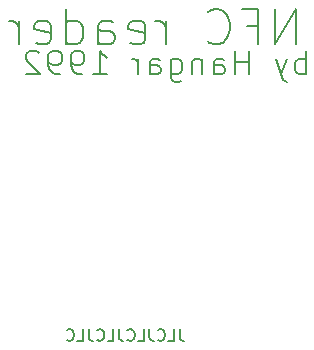
<source format=gbo>
%TF.GenerationSoftware,KiCad,Pcbnew,5.1.9*%
%TF.CreationDate,2021-05-01T23:47:16+02:00*%
%TF.ProjectId,nfc_reader,6e66635f-7265-4616-9465-722e6b696361,rev?*%
%TF.SameCoordinates,Original*%
%TF.FileFunction,Legend,Bot*%
%TF.FilePolarity,Positive*%
%FSLAX46Y46*%
G04 Gerber Fmt 4.6, Leading zero omitted, Abs format (unit mm)*
G04 Created by KiCad (PCBNEW 5.1.9) date 2021-05-01 23:47:16*
%MOMM*%
%LPD*%
G01*
G04 APERTURE LIST*
%ADD10C,0.200000*%
%ADD11C,0.150000*%
G04 APERTURE END LIST*
D10*
X143428571Y-114857142D02*
X143428571Y-111857142D01*
X141714285Y-114857142D01*
X141714285Y-111857142D01*
X139285714Y-113285714D02*
X140285714Y-113285714D01*
X140285714Y-114857142D02*
X140285714Y-111857142D01*
X138857142Y-111857142D01*
X136000000Y-114571428D02*
X136142857Y-114714285D01*
X136571428Y-114857142D01*
X136857142Y-114857142D01*
X137285714Y-114714285D01*
X137571428Y-114428571D01*
X137714285Y-114142857D01*
X137857142Y-113571428D01*
X137857142Y-113142857D01*
X137714285Y-112571428D01*
X137571428Y-112285714D01*
X137285714Y-112000000D01*
X136857142Y-111857142D01*
X136571428Y-111857142D01*
X136142857Y-112000000D01*
X136000000Y-112142857D01*
X132428571Y-114857142D02*
X132428571Y-112857142D01*
X132428571Y-113428571D02*
X132285714Y-113142857D01*
X132142857Y-113000000D01*
X131857142Y-112857142D01*
X131571428Y-112857142D01*
X129428571Y-114714285D02*
X129714285Y-114857142D01*
X130285714Y-114857142D01*
X130571428Y-114714285D01*
X130714285Y-114428571D01*
X130714285Y-113285714D01*
X130571428Y-113000000D01*
X130285714Y-112857142D01*
X129714285Y-112857142D01*
X129428571Y-113000000D01*
X129285714Y-113285714D01*
X129285714Y-113571428D01*
X130714285Y-113857142D01*
X126714285Y-114857142D02*
X126714285Y-113285714D01*
X126857142Y-113000000D01*
X127142857Y-112857142D01*
X127714285Y-112857142D01*
X128000000Y-113000000D01*
X126714285Y-114714285D02*
X127000000Y-114857142D01*
X127714285Y-114857142D01*
X128000000Y-114714285D01*
X128142857Y-114428571D01*
X128142857Y-114142857D01*
X128000000Y-113857142D01*
X127714285Y-113714285D01*
X127000000Y-113714285D01*
X126714285Y-113571428D01*
X124000000Y-114857142D02*
X124000000Y-111857142D01*
X124000000Y-114714285D02*
X124285714Y-114857142D01*
X124857142Y-114857142D01*
X125142857Y-114714285D01*
X125285714Y-114571428D01*
X125428571Y-114285714D01*
X125428571Y-113428571D01*
X125285714Y-113142857D01*
X125142857Y-113000000D01*
X124857142Y-112857142D01*
X124285714Y-112857142D01*
X124000000Y-113000000D01*
X121428571Y-114714285D02*
X121714285Y-114857142D01*
X122285714Y-114857142D01*
X122571428Y-114714285D01*
X122714285Y-114428571D01*
X122714285Y-113285714D01*
X122571428Y-113000000D01*
X122285714Y-112857142D01*
X121714285Y-112857142D01*
X121428571Y-113000000D01*
X121285714Y-113285714D01*
X121285714Y-113571428D01*
X122714285Y-113857142D01*
X120000000Y-114857142D02*
X120000000Y-112857142D01*
X120000000Y-113428571D02*
X119857142Y-113142857D01*
X119714285Y-113000000D01*
X119428571Y-112857142D01*
X119142857Y-112857142D01*
D11*
X144309523Y-117404761D02*
X144309523Y-115404761D01*
X144309523Y-116166666D02*
X144119047Y-116071428D01*
X143738095Y-116071428D01*
X143547619Y-116166666D01*
X143452380Y-116261904D01*
X143357142Y-116452380D01*
X143357142Y-117023809D01*
X143452380Y-117214285D01*
X143547619Y-117309523D01*
X143738095Y-117404761D01*
X144119047Y-117404761D01*
X144309523Y-117309523D01*
X142690476Y-116071428D02*
X142214285Y-117404761D01*
X141738095Y-116071428D02*
X142214285Y-117404761D01*
X142404761Y-117880952D01*
X142500000Y-117976190D01*
X142690476Y-118071428D01*
X139452380Y-117404761D02*
X139452380Y-115404761D01*
X139452380Y-116357142D02*
X138309523Y-116357142D01*
X138309523Y-117404761D02*
X138309523Y-115404761D01*
X136500000Y-117404761D02*
X136500000Y-116357142D01*
X136595238Y-116166666D01*
X136785714Y-116071428D01*
X137166666Y-116071428D01*
X137357142Y-116166666D01*
X136500000Y-117309523D02*
X136690476Y-117404761D01*
X137166666Y-117404761D01*
X137357142Y-117309523D01*
X137452380Y-117119047D01*
X137452380Y-116928571D01*
X137357142Y-116738095D01*
X137166666Y-116642857D01*
X136690476Y-116642857D01*
X136500000Y-116547619D01*
X135547619Y-116071428D02*
X135547619Y-117404761D01*
X135547619Y-116261904D02*
X135452380Y-116166666D01*
X135261904Y-116071428D01*
X134976190Y-116071428D01*
X134785714Y-116166666D01*
X134690476Y-116357142D01*
X134690476Y-117404761D01*
X132880952Y-116071428D02*
X132880952Y-117690476D01*
X132976190Y-117880952D01*
X133071428Y-117976190D01*
X133261904Y-118071428D01*
X133547619Y-118071428D01*
X133738095Y-117976190D01*
X132880952Y-117309523D02*
X133071428Y-117404761D01*
X133452380Y-117404761D01*
X133642857Y-117309523D01*
X133738095Y-117214285D01*
X133833333Y-117023809D01*
X133833333Y-116452380D01*
X133738095Y-116261904D01*
X133642857Y-116166666D01*
X133452380Y-116071428D01*
X133071428Y-116071428D01*
X132880952Y-116166666D01*
X131071428Y-117404761D02*
X131071428Y-116357142D01*
X131166666Y-116166666D01*
X131357142Y-116071428D01*
X131738095Y-116071428D01*
X131928571Y-116166666D01*
X131071428Y-117309523D02*
X131261904Y-117404761D01*
X131738095Y-117404761D01*
X131928571Y-117309523D01*
X132023809Y-117119047D01*
X132023809Y-116928571D01*
X131928571Y-116738095D01*
X131738095Y-116642857D01*
X131261904Y-116642857D01*
X131071428Y-116547619D01*
X130119047Y-117404761D02*
X130119047Y-116071428D01*
X130119047Y-116452380D02*
X130023809Y-116261904D01*
X129928571Y-116166666D01*
X129738095Y-116071428D01*
X129547619Y-116071428D01*
X126309523Y-117404761D02*
X127452380Y-117404761D01*
X126880952Y-117404761D02*
X126880952Y-115404761D01*
X127071428Y-115690476D01*
X127261904Y-115880952D01*
X127452380Y-115976190D01*
X125357142Y-117404761D02*
X124976190Y-117404761D01*
X124785714Y-117309523D01*
X124690476Y-117214285D01*
X124500000Y-116928571D01*
X124404761Y-116547619D01*
X124404761Y-115785714D01*
X124500000Y-115595238D01*
X124595238Y-115500000D01*
X124785714Y-115404761D01*
X125166666Y-115404761D01*
X125357142Y-115500000D01*
X125452380Y-115595238D01*
X125547619Y-115785714D01*
X125547619Y-116261904D01*
X125452380Y-116452380D01*
X125357142Y-116547619D01*
X125166666Y-116642857D01*
X124785714Y-116642857D01*
X124595238Y-116547619D01*
X124500000Y-116452380D01*
X124404761Y-116261904D01*
X123452380Y-117404761D02*
X123071428Y-117404761D01*
X122880952Y-117309523D01*
X122785714Y-117214285D01*
X122595238Y-116928571D01*
X122500000Y-116547619D01*
X122500000Y-115785714D01*
X122595238Y-115595238D01*
X122690476Y-115500000D01*
X122880952Y-115404761D01*
X123261904Y-115404761D01*
X123452380Y-115500000D01*
X123547619Y-115595238D01*
X123642857Y-115785714D01*
X123642857Y-116261904D01*
X123547619Y-116452380D01*
X123452380Y-116547619D01*
X123261904Y-116642857D01*
X122880952Y-116642857D01*
X122690476Y-116547619D01*
X122595238Y-116452380D01*
X122500000Y-116261904D01*
X121738095Y-115595238D02*
X121642857Y-115500000D01*
X121452380Y-115404761D01*
X120976190Y-115404761D01*
X120785714Y-115500000D01*
X120690476Y-115595238D01*
X120595238Y-115785714D01*
X120595238Y-115976190D01*
X120690476Y-116261904D01*
X121833333Y-117404761D01*
X120595238Y-117404761D01*
X133619047Y-138952380D02*
X133619047Y-139666666D01*
X133666666Y-139809523D01*
X133761904Y-139904761D01*
X133904761Y-139952380D01*
X134000000Y-139952380D01*
X132666666Y-139952380D02*
X133142857Y-139952380D01*
X133142857Y-138952380D01*
X131761904Y-139857142D02*
X131809523Y-139904761D01*
X131952380Y-139952380D01*
X132047619Y-139952380D01*
X132190476Y-139904761D01*
X132285714Y-139809523D01*
X132333333Y-139714285D01*
X132380952Y-139523809D01*
X132380952Y-139380952D01*
X132333333Y-139190476D01*
X132285714Y-139095238D01*
X132190476Y-139000000D01*
X132047619Y-138952380D01*
X131952380Y-138952380D01*
X131809523Y-139000000D01*
X131761904Y-139047619D01*
X131047619Y-138952380D02*
X131047619Y-139666666D01*
X131095238Y-139809523D01*
X131190476Y-139904761D01*
X131333333Y-139952380D01*
X131428571Y-139952380D01*
X130095238Y-139952380D02*
X130571428Y-139952380D01*
X130571428Y-138952380D01*
X129190476Y-139857142D02*
X129238095Y-139904761D01*
X129380952Y-139952380D01*
X129476190Y-139952380D01*
X129619047Y-139904761D01*
X129714285Y-139809523D01*
X129761904Y-139714285D01*
X129809523Y-139523809D01*
X129809523Y-139380952D01*
X129761904Y-139190476D01*
X129714285Y-139095238D01*
X129619047Y-139000000D01*
X129476190Y-138952380D01*
X129380952Y-138952380D01*
X129238095Y-139000000D01*
X129190476Y-139047619D01*
X128476190Y-138952380D02*
X128476190Y-139666666D01*
X128523809Y-139809523D01*
X128619047Y-139904761D01*
X128761904Y-139952380D01*
X128857142Y-139952380D01*
X127523809Y-139952380D02*
X128000000Y-139952380D01*
X128000000Y-138952380D01*
X126619047Y-139857142D02*
X126666666Y-139904761D01*
X126809523Y-139952380D01*
X126904761Y-139952380D01*
X127047619Y-139904761D01*
X127142857Y-139809523D01*
X127190476Y-139714285D01*
X127238095Y-139523809D01*
X127238095Y-139380952D01*
X127190476Y-139190476D01*
X127142857Y-139095238D01*
X127047619Y-139000000D01*
X126904761Y-138952380D01*
X126809523Y-138952380D01*
X126666666Y-139000000D01*
X126619047Y-139047619D01*
X125904761Y-138952380D02*
X125904761Y-139666666D01*
X125952380Y-139809523D01*
X126047619Y-139904761D01*
X126190476Y-139952380D01*
X126285714Y-139952380D01*
X124952380Y-139952380D02*
X125428571Y-139952380D01*
X125428571Y-138952380D01*
X124047619Y-139857142D02*
X124095238Y-139904761D01*
X124238095Y-139952380D01*
X124333333Y-139952380D01*
X124476190Y-139904761D01*
X124571428Y-139809523D01*
X124619047Y-139714285D01*
X124666666Y-139523809D01*
X124666666Y-139380952D01*
X124619047Y-139190476D01*
X124571428Y-139095238D01*
X124476190Y-139000000D01*
X124333333Y-138952380D01*
X124238095Y-138952380D01*
X124095238Y-139000000D01*
X124047619Y-139047619D01*
M02*

</source>
